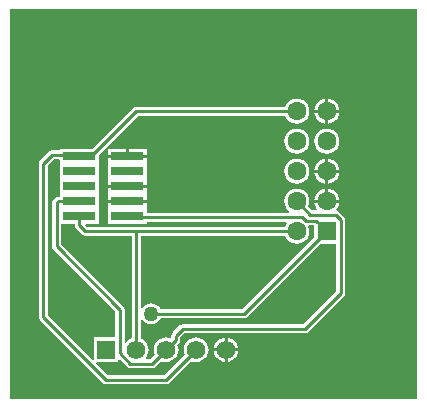
<source format=gtl>
G04*
G04 #@! TF.GenerationSoftware,Altium Limited,Altium Designer,23.5.1 (21)*
G04*
G04 Layer_Physical_Order=1*
G04 Layer_Color=255*
%FSLAX44Y44*%
%MOMM*%
G71*
G04*
G04 #@! TF.SameCoordinates,9F5EF0EC-7799-46C5-AC4F-AA06264B0910*
G04*
G04*
G04 #@! TF.FilePolarity,Positive*
G04*
G01*
G75*
%ADD12C,0.2540*%
%ADD15R,2.7900X0.7400*%
%ADD17C,1.5700*%
%ADD18R,1.5700X1.5700*%
%ADD21C,1.6000*%
%ADD22R,1.6000X1.6000*%
%ADD23C,0.7620*%
%ADD24C,1.2700*%
G36*
X1555750Y414020D02*
X1211580D01*
Y744220D01*
X1555750D01*
Y414020D01*
D02*
G37*
%LPC*%
G36*
X1480820Y668324D02*
Y659130D01*
X1490014D01*
X1489819Y660611D01*
X1488757Y663176D01*
X1487067Y665377D01*
X1484866Y667067D01*
X1482301Y668129D01*
X1480820Y668324D01*
D02*
G37*
G36*
X1478280D02*
X1476799Y668129D01*
X1474234Y667067D01*
X1472033Y665377D01*
X1470343Y663176D01*
X1469281Y660611D01*
X1469086Y659130D01*
X1478280D01*
Y668324D01*
D02*
G37*
G36*
X1490014Y656590D02*
X1480820D01*
Y647396D01*
X1482301Y647591D01*
X1484866Y648653D01*
X1487067Y650343D01*
X1488757Y652544D01*
X1489819Y655108D01*
X1490014Y656590D01*
D02*
G37*
G36*
X1478280D02*
X1469086D01*
X1469281Y655108D01*
X1470343Y652544D01*
X1472033Y650343D01*
X1474234Y648653D01*
X1476799Y647591D01*
X1478280Y647396D01*
Y656590D01*
D02*
G37*
G36*
X1454150Y668491D02*
X1451398Y668129D01*
X1448835Y667067D01*
X1446633Y665377D01*
X1444943Y663176D01*
X1444351Y661745D01*
X1318320D01*
X1316833Y661449D01*
X1315573Y660607D01*
X1280966Y626000D01*
X1253480D01*
Y624915D01*
X1247140D01*
X1245653Y624619D01*
X1244393Y623777D01*
X1236773Y616157D01*
X1235931Y614897D01*
X1235635Y613410D01*
Y483870D01*
X1235931Y482383D01*
X1236773Y481123D01*
X1290113Y427783D01*
X1291373Y426941D01*
X1292860Y426645D01*
X1343660D01*
X1345147Y426941D01*
X1346407Y427783D01*
X1364993Y446369D01*
X1366348Y445807D01*
X1369060Y445450D01*
X1371772Y445807D01*
X1374300Y446854D01*
X1376470Y448520D01*
X1378136Y450690D01*
X1379183Y453218D01*
X1379540Y455930D01*
X1379183Y458642D01*
X1378136Y461170D01*
X1376470Y463340D01*
X1374300Y465006D01*
X1371772Y466053D01*
X1369060Y466410D01*
X1366348Y466053D01*
X1363820Y465006D01*
X1361650Y463340D01*
X1359984Y461170D01*
X1358937Y458642D01*
X1358580Y455930D01*
X1358937Y453218D01*
X1359499Y451862D01*
X1342051Y434415D01*
X1294469D01*
X1284517Y444367D01*
X1285003Y445540D01*
X1303250D01*
Y447297D01*
X1304423Y447783D01*
X1310683Y441523D01*
X1311944Y440681D01*
X1313430Y440385D01*
X1332000D01*
X1333487Y440681D01*
X1334747Y441523D01*
X1339592Y446369D01*
X1340948Y445807D01*
X1343660Y445450D01*
X1346372Y445807D01*
X1348900Y446854D01*
X1351070Y448520D01*
X1352736Y450690D01*
X1353783Y453218D01*
X1354140Y455930D01*
X1353783Y458642D01*
X1353221Y459999D01*
X1354651Y461429D01*
X1355493Y462689D01*
X1355789Y464176D01*
Y466375D01*
X1359239Y469825D01*
X1461334D01*
X1462821Y470121D01*
X1464081Y470963D01*
X1494107Y500989D01*
X1494949Y502249D01*
X1495245Y503736D01*
Y565838D01*
X1494949Y567325D01*
X1494107Y568585D01*
X1490095Y572597D01*
X1488835Y573439D01*
X1488221Y573561D01*
X1487695Y574961D01*
X1488757Y576344D01*
X1489819Y578909D01*
X1490014Y580390D01*
X1479550D01*
X1469086D01*
X1469281Y578909D01*
X1470343Y576344D01*
X1471080Y575385D01*
X1470454Y574115D01*
X1467189D01*
X1463826Y577478D01*
X1464419Y578909D01*
X1464781Y581660D01*
X1464419Y584412D01*
X1463357Y586976D01*
X1461667Y589177D01*
X1459465Y590867D01*
X1456902Y591929D01*
X1454150Y592291D01*
X1451398Y591929D01*
X1448835Y590867D01*
X1446633Y589177D01*
X1444943Y586976D01*
X1443881Y584412D01*
X1443519Y581660D01*
X1443881Y578909D01*
X1444943Y576344D01*
X1446633Y574143D01*
X1447829Y573225D01*
X1447398Y571955D01*
X1328058D01*
X1327160Y572853D01*
X1327160Y575200D01*
X1327160Y576470D01*
Y580390D01*
X1310670D01*
X1294180D01*
Y576470D01*
X1294180Y575420D01*
X1294180Y574150D01*
Y562720D01*
X1327160D01*
Y564185D01*
X1445345D01*
X1445972Y562915D01*
X1444943Y561576D01*
X1444351Y560145D01*
X1276689D01*
X1275287Y561547D01*
X1275773Y562720D01*
X1286460D01*
Y575200D01*
X1286460D01*
Y575420D01*
X1286460D01*
Y586850D01*
X1286460Y587900D01*
X1286460Y589170D01*
Y599550D01*
X1286460Y600600D01*
X1286460Y601870D01*
Y612250D01*
X1286460Y613300D01*
X1286460Y614570D01*
Y620506D01*
X1319929Y653975D01*
X1444351D01*
X1444943Y652544D01*
X1446633Y650343D01*
X1448835Y648653D01*
X1451398Y647591D01*
X1454150Y647229D01*
X1456902Y647591D01*
X1459465Y648653D01*
X1461667Y650343D01*
X1463357Y652544D01*
X1464419Y655108D01*
X1464781Y657860D01*
X1464419Y660611D01*
X1463357Y663176D01*
X1461667Y665377D01*
X1459465Y667067D01*
X1456902Y668129D01*
X1454150Y668491D01*
D02*
G37*
G36*
X1479550Y643091D02*
X1476799Y642729D01*
X1474234Y641667D01*
X1472033Y639977D01*
X1470343Y637775D01*
X1469281Y635211D01*
X1468919Y632460D01*
X1469281Y629709D01*
X1470343Y627145D01*
X1472033Y624943D01*
X1474234Y623253D01*
X1476799Y622191D01*
X1479550Y621829D01*
X1482301Y622191D01*
X1484866Y623253D01*
X1487067Y624943D01*
X1488757Y627145D01*
X1489819Y629709D01*
X1490181Y632460D01*
X1489819Y635211D01*
X1488757Y637775D01*
X1487067Y639977D01*
X1484866Y641667D01*
X1482301Y642729D01*
X1479550Y643091D01*
D02*
G37*
G36*
X1454150D02*
X1451398Y642729D01*
X1448835Y641667D01*
X1446633Y639977D01*
X1444943Y637775D01*
X1443881Y635211D01*
X1443519Y632460D01*
X1443881Y629709D01*
X1444943Y627145D01*
X1446633Y624943D01*
X1448835Y623253D01*
X1451398Y622191D01*
X1454150Y621829D01*
X1456902Y622191D01*
X1459465Y623253D01*
X1461667Y624943D01*
X1463357Y627145D01*
X1464419Y629709D01*
X1464781Y632460D01*
X1464419Y635211D01*
X1463357Y637775D01*
X1461667Y639977D01*
X1459465Y641667D01*
X1456902Y642729D01*
X1454150Y643091D01*
D02*
G37*
G36*
X1327160Y626000D02*
X1311940D01*
Y621030D01*
X1327160D01*
Y626000D01*
D02*
G37*
G36*
X1309400D02*
X1294180D01*
Y621030D01*
X1309400D01*
Y626000D01*
D02*
G37*
G36*
X1480820Y617524D02*
Y608330D01*
X1490014D01*
X1489819Y609812D01*
X1488757Y612375D01*
X1487067Y614577D01*
X1484866Y616267D01*
X1482301Y617329D01*
X1480820Y617524D01*
D02*
G37*
G36*
X1478280D02*
X1476799Y617329D01*
X1474234Y616267D01*
X1472033Y614577D01*
X1470343Y612375D01*
X1469281Y609812D01*
X1469086Y608330D01*
X1478280D01*
Y617524D01*
D02*
G37*
G36*
X1490014Y605790D02*
X1480820D01*
Y596596D01*
X1482301Y596791D01*
X1484866Y597853D01*
X1487067Y599543D01*
X1488757Y601744D01*
X1489819Y604309D01*
X1490014Y605790D01*
D02*
G37*
G36*
X1478280D02*
X1469086D01*
X1469281Y604309D01*
X1470343Y601744D01*
X1472033Y599543D01*
X1474234Y597853D01*
X1476799Y596791D01*
X1478280Y596596D01*
Y605790D01*
D02*
G37*
G36*
X1454150Y617691D02*
X1451398Y617329D01*
X1448835Y616267D01*
X1446633Y614577D01*
X1444943Y612375D01*
X1443881Y609812D01*
X1443519Y607060D01*
X1443881Y604309D01*
X1444943Y601744D01*
X1446633Y599543D01*
X1448835Y597853D01*
X1451398Y596791D01*
X1454150Y596429D01*
X1456902Y596791D01*
X1459465Y597853D01*
X1461667Y599543D01*
X1463357Y601744D01*
X1464419Y604309D01*
X1464781Y607060D01*
X1464419Y609812D01*
X1463357Y612375D01*
X1461667Y614577D01*
X1459465Y616267D01*
X1456902Y617329D01*
X1454150Y617691D01*
D02*
G37*
G36*
X1327160Y618490D02*
X1310670D01*
X1294180D01*
Y614570D01*
X1294180Y613520D01*
X1294180Y612250D01*
Y601870D01*
X1294180Y600820D01*
X1294180Y599550D01*
Y595630D01*
X1310670D01*
X1327160D01*
Y599550D01*
X1327160Y600600D01*
X1327160Y601870D01*
Y612250D01*
X1327160Y613300D01*
X1327160Y614570D01*
Y618490D01*
D02*
G37*
G36*
Y593090D02*
X1310670D01*
X1294180D01*
Y589170D01*
X1294180Y588120D01*
X1294180Y586850D01*
Y582930D01*
X1310670D01*
X1327160D01*
Y586850D01*
X1327160Y587900D01*
X1327160Y589170D01*
Y593090D01*
D02*
G37*
G36*
X1480820Y592124D02*
Y582930D01*
X1490014D01*
X1489819Y584412D01*
X1488757Y586976D01*
X1487067Y589177D01*
X1484866Y590867D01*
X1482301Y591929D01*
X1480820Y592124D01*
D02*
G37*
G36*
X1478280D02*
X1476799Y591929D01*
X1474234Y590867D01*
X1472033Y589177D01*
X1470343Y586976D01*
X1469281Y584412D01*
X1469086Y582930D01*
X1478280D01*
Y592124D01*
D02*
G37*
G36*
X1395730Y466242D02*
Y457200D01*
X1404772D01*
X1404583Y458642D01*
X1403536Y461170D01*
X1401870Y463340D01*
X1399700Y465006D01*
X1397172Y466053D01*
X1395730Y466242D01*
D02*
G37*
G36*
X1393190D02*
X1391748Y466053D01*
X1389220Y465006D01*
X1387050Y463340D01*
X1385384Y461170D01*
X1384337Y458642D01*
X1384147Y457200D01*
X1393190D01*
Y466242D01*
D02*
G37*
G36*
X1404772Y454660D02*
X1395730D01*
Y445617D01*
X1397172Y445807D01*
X1399700Y446854D01*
X1401870Y448520D01*
X1403536Y450690D01*
X1404583Y453218D01*
X1404772Y454660D01*
D02*
G37*
G36*
X1393190D02*
X1384147D01*
X1384337Y453218D01*
X1385384Y450690D01*
X1387050Y448520D01*
X1389220Y446854D01*
X1391748Y445807D01*
X1393190Y445617D01*
Y454660D01*
D02*
G37*
%LPD*%
G36*
X1469010Y551214D02*
X1408091Y490295D01*
X1338973D01*
X1338725Y490893D01*
X1337300Y492750D01*
X1335443Y494175D01*
X1333281Y495071D01*
X1330960Y495377D01*
X1328639Y495071D01*
X1326477Y494175D01*
X1324620Y492750D01*
X1323415Y491180D01*
X1322145Y491508D01*
Y552375D01*
X1444351D01*
X1444943Y550945D01*
X1446633Y548743D01*
X1448835Y547053D01*
X1451398Y545991D01*
X1454150Y545629D01*
X1456902Y545991D01*
X1459465Y547053D01*
X1461667Y548743D01*
X1463357Y550945D01*
X1464419Y553508D01*
X1464781Y556260D01*
X1464419Y559011D01*
X1463922Y560209D01*
X1464628Y561265D01*
X1469010D01*
Y551214D01*
D02*
G37*
G36*
X1487475Y505345D02*
X1459725Y477595D01*
X1357630D01*
X1356143Y477299D01*
X1354883Y476457D01*
X1349157Y470731D01*
X1348315Y469471D01*
X1348019Y467984D01*
Y466745D01*
X1346749Y465896D01*
X1346372Y466053D01*
X1343660Y466410D01*
X1340948Y466053D01*
X1338420Y465006D01*
X1336250Y463340D01*
X1334584Y461170D01*
X1333537Y458642D01*
X1333180Y455930D01*
X1333537Y453218D01*
X1334099Y451862D01*
X1330391Y448155D01*
X1326991D01*
X1326365Y449425D01*
X1327336Y450690D01*
X1328383Y453218D01*
X1328740Y455930D01*
X1328383Y458642D01*
X1327336Y461170D01*
X1325670Y463340D01*
X1323500Y465006D01*
X1322145Y465567D01*
Y481312D01*
X1323415Y481640D01*
X1324620Y480070D01*
X1326477Y478645D01*
X1328639Y477749D01*
X1330960Y477443D01*
X1333281Y477749D01*
X1335443Y478645D01*
X1337300Y480070D01*
X1338725Y481927D01*
X1338973Y482525D01*
X1409700D01*
X1411187Y482821D01*
X1412447Y483663D01*
X1474504Y545720D01*
X1487475D01*
Y505345D01*
D02*
G37*
G36*
X1266085Y561370D02*
X1266381Y559883D01*
X1267223Y558623D01*
X1272333Y553513D01*
X1273593Y552671D01*
X1275080Y552375D01*
X1314375D01*
Y465567D01*
X1313020Y465006D01*
X1310850Y463340D01*
X1309675Y461809D01*
X1308405Y462240D01*
Y490000D01*
X1308109Y491487D01*
X1307267Y492747D01*
X1254835Y545179D01*
Y562720D01*
X1266085D01*
Y561370D01*
D02*
G37*
G36*
X1253480Y616247D02*
X1253480Y613520D01*
X1253480Y612250D01*
Y601870D01*
X1253480Y600820D01*
X1253480Y599550D01*
Y589170D01*
X1253480Y588120D01*
X1253480Y586850D01*
Y585545D01*
X1252438D01*
X1250951Y585249D01*
X1249691Y584407D01*
X1248203Y582919D01*
X1247361Y581659D01*
X1247065Y580172D01*
Y543570D01*
X1247361Y542084D01*
X1248203Y540823D01*
X1300635Y488391D01*
Y466320D01*
X1282470D01*
Y448073D01*
X1281297Y447587D01*
X1243405Y485479D01*
Y611801D01*
X1248749Y617145D01*
X1252582D01*
X1253480Y616247D01*
D02*
G37*
D12*
X1409700Y486410D02*
X1479550Y556260D01*
X1330960Y486410D02*
X1409700D01*
X1269970Y619760D02*
X1280220D01*
X1318320Y657860D01*
X1454150D01*
X1292860Y430530D02*
X1343660D01*
X1239520Y483870D02*
Y613410D01*
Y483870D02*
X1292860Y430530D01*
Y453390D02*
X1295400D01*
X1357630Y473710D02*
X1461334D01*
X1351904Y467984D02*
X1357630Y473710D01*
X1461334D02*
X1491360Y503736D01*
X1343660Y430530D02*
X1369060Y455930D01*
X1343660D02*
Y455932D01*
X1351904Y464176D01*
Y467984D01*
X1487348Y569850D02*
X1491360Y565838D01*
X1474278Y570230D02*
X1474658Y569850D01*
X1465580Y570230D02*
X1474278D01*
X1474658Y569850D02*
X1487348D01*
X1454150Y581660D02*
X1465580Y570230D01*
X1491360Y503736D02*
Y565838D01*
X1268700Y621030D02*
X1269970Y619760D01*
X1247140Y621030D02*
X1268700D01*
X1239520Y613410D02*
X1247140Y621030D01*
X1250950Y543570D02*
Y580172D01*
X1252438Y581660D02*
X1269970D01*
X1250950Y580172D02*
X1252438Y581660D01*
X1304520Y453180D02*
Y490000D01*
X1250950Y543570D02*
X1304520Y490000D01*
Y453180D02*
X1313430Y444270D01*
X1332000D02*
X1343660Y455930D01*
X1313430Y444270D02*
X1332000D01*
X1316990Y556260D02*
X1454150D01*
X1275080D02*
X1316990D01*
X1318260Y455930D02*
Y554990D01*
X1316990Y556260D02*
X1318260Y554990D01*
X1292860Y453390D02*
Y455930D01*
X1461962Y565150D02*
X1470660D01*
X1459042Y568070D02*
X1461962Y565150D01*
X1470660D02*
X1479550Y556260D01*
X1269970Y561370D02*
Y568960D01*
Y561370D02*
X1275080Y556260D01*
X1312800Y568070D02*
X1459042D01*
D15*
X1269970Y568960D02*
D03*
Y581660D02*
D03*
Y594360D02*
D03*
Y607060D02*
D03*
Y619760D02*
D03*
X1310670D02*
D03*
Y607060D02*
D03*
Y594360D02*
D03*
Y581660D02*
D03*
Y568960D02*
D03*
D17*
X1394460Y455930D02*
D03*
X1369060D02*
D03*
X1343660D02*
D03*
X1318260D02*
D03*
D18*
X1292860D02*
D03*
D21*
X1454150Y657860D02*
D03*
Y632460D02*
D03*
X1479550Y657860D02*
D03*
Y632460D02*
D03*
X1454150Y607060D02*
D03*
X1479550D02*
D03*
X1454150Y581660D02*
D03*
X1479550D02*
D03*
X1454150Y556260D02*
D03*
D22*
X1479550D02*
D03*
D23*
X1524000Y723900D02*
D03*
X1543050Y685800D02*
D03*
X1524000Y647700D02*
D03*
X1543050Y609600D02*
D03*
X1524000Y571500D02*
D03*
X1543050Y533400D02*
D03*
X1524000Y495300D02*
D03*
X1543050Y457200D02*
D03*
X1524000Y419100D02*
D03*
X1485900Y723900D02*
D03*
X1504950Y685800D02*
D03*
Y609600D02*
D03*
Y533400D02*
D03*
Y457200D02*
D03*
X1485900Y419100D02*
D03*
X1447800Y723900D02*
D03*
X1466850Y685800D02*
D03*
X1447800Y495300D02*
D03*
X1466850Y457200D02*
D03*
X1447800Y419100D02*
D03*
X1409700Y723900D02*
D03*
X1428750Y685800D02*
D03*
X1409700Y647700D02*
D03*
X1428750Y609600D02*
D03*
Y533400D02*
D03*
Y457200D02*
D03*
X1409700Y419100D02*
D03*
X1371600Y723900D02*
D03*
X1390650Y685800D02*
D03*
X1371600Y647700D02*
D03*
X1390650Y609600D02*
D03*
Y533400D02*
D03*
X1371600Y495300D02*
D03*
Y419100D02*
D03*
X1333500Y723900D02*
D03*
X1352550Y685800D02*
D03*
X1333500Y647700D02*
D03*
X1352550Y609600D02*
D03*
Y533400D02*
D03*
X1333500Y419100D02*
D03*
X1295400Y723900D02*
D03*
X1314450Y685800D02*
D03*
X1295400Y647700D02*
D03*
Y419100D02*
D03*
X1257300Y723900D02*
D03*
X1276350Y685800D02*
D03*
X1257300Y647700D02*
D03*
X1276350Y533400D02*
D03*
X1257300Y495300D02*
D03*
Y419100D02*
D03*
X1219200Y723900D02*
D03*
X1238250Y685800D02*
D03*
X1219200Y647700D02*
D03*
Y571500D02*
D03*
Y495300D02*
D03*
X1238250Y457200D02*
D03*
X1219200Y419100D02*
D03*
D24*
X1330960Y486410D02*
D03*
M02*

</source>
